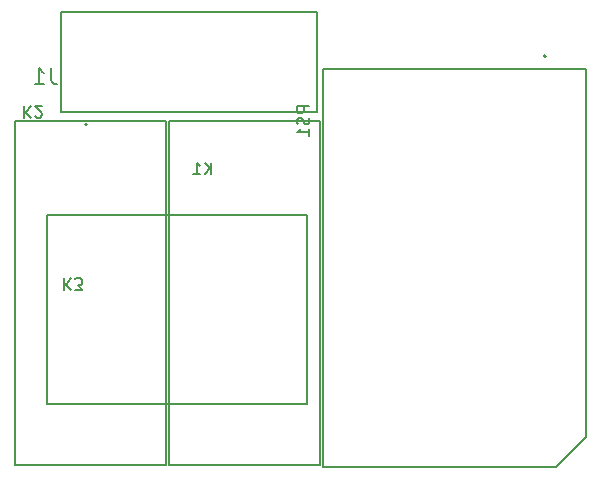
<source format=gbr>
%TF.GenerationSoftware,KiCad,Pcbnew,8.0.8*%
%TF.CreationDate,2025-03-23T22:06:23+01:00*%
%TF.ProjectId,raumtemp_relay,7261756d-7465-46d7-905f-72656c61792e,rev?*%
%TF.SameCoordinates,Original*%
%TF.FileFunction,Legend,Bot*%
%TF.FilePolarity,Positive*%
%FSLAX46Y46*%
G04 Gerber Fmt 4.6, Leading zero omitted, Abs format (unit mm)*
G04 Created by KiCad (PCBNEW 8.0.8) date 2025-03-23 22:06:23*
%MOMM*%
%LPD*%
G01*
G04 APERTURE LIST*
%ADD10C,0.150000*%
%ADD11C,0.152400*%
%ADD12C,0.127000*%
%ADD13C,0.200000*%
G04 APERTURE END LIST*
D10*
X120786905Y-71225180D02*
X120786905Y-72225180D01*
X121358333Y-71225180D02*
X120929762Y-71796609D01*
X121358333Y-72225180D02*
X120786905Y-71653752D01*
X121739286Y-72129942D02*
X121786905Y-72177561D01*
X121786905Y-72177561D02*
X121882143Y-72225180D01*
X121882143Y-72225180D02*
X122120238Y-72225180D01*
X122120238Y-72225180D02*
X122215476Y-72177561D01*
X122215476Y-72177561D02*
X122263095Y-72129942D01*
X122263095Y-72129942D02*
X122310714Y-72034704D01*
X122310714Y-72034704D02*
X122310714Y-71939466D01*
X122310714Y-71939466D02*
X122263095Y-71796609D01*
X122263095Y-71796609D02*
X121691667Y-71225180D01*
X121691667Y-71225180D02*
X122310714Y-71225180D01*
X123091666Y-68019866D02*
X123091666Y-69019866D01*
X123091666Y-69019866D02*
X123158333Y-69219866D01*
X123158333Y-69219866D02*
X123291666Y-69353200D01*
X123291666Y-69353200D02*
X123491666Y-69419866D01*
X123491666Y-69419866D02*
X123625000Y-69419866D01*
X121691666Y-69419866D02*
X122491666Y-69419866D01*
X122091666Y-69419866D02*
X122091666Y-68019866D01*
X122091666Y-68019866D02*
X122224999Y-68219866D01*
X122224999Y-68219866D02*
X122358333Y-68353200D01*
X122358333Y-68353200D02*
X122491666Y-68419866D01*
X136663094Y-77034819D02*
X136663094Y-76034819D01*
X136091666Y-77034819D02*
X136520237Y-76463390D01*
X136091666Y-76034819D02*
X136663094Y-76606247D01*
X135139285Y-77034819D02*
X135710713Y-77034819D01*
X135424999Y-77034819D02*
X135424999Y-76034819D01*
X135424999Y-76034819D02*
X135520237Y-76177676D01*
X135520237Y-76177676D02*
X135615475Y-76272914D01*
X135615475Y-76272914D02*
X135710713Y-76320533D01*
X144934364Y-71292608D02*
X143934364Y-71292608D01*
X143934364Y-71292608D02*
X143934364Y-71673560D01*
X143934364Y-71673560D02*
X143981983Y-71768798D01*
X143981983Y-71768798D02*
X144029602Y-71816417D01*
X144029602Y-71816417D02*
X144124840Y-71864036D01*
X144124840Y-71864036D02*
X144267697Y-71864036D01*
X144267697Y-71864036D02*
X144362935Y-71816417D01*
X144362935Y-71816417D02*
X144410554Y-71768798D01*
X144410554Y-71768798D02*
X144458173Y-71673560D01*
X144458173Y-71673560D02*
X144458173Y-71292608D01*
X144886745Y-72244989D02*
X144934364Y-72387846D01*
X144934364Y-72387846D02*
X144934364Y-72625941D01*
X144934364Y-72625941D02*
X144886745Y-72721179D01*
X144886745Y-72721179D02*
X144839125Y-72768798D01*
X144839125Y-72768798D02*
X144743887Y-72816417D01*
X144743887Y-72816417D02*
X144648649Y-72816417D01*
X144648649Y-72816417D02*
X144553411Y-72768798D01*
X144553411Y-72768798D02*
X144505792Y-72721179D01*
X144505792Y-72721179D02*
X144458173Y-72625941D01*
X144458173Y-72625941D02*
X144410554Y-72435465D01*
X144410554Y-72435465D02*
X144362935Y-72340227D01*
X144362935Y-72340227D02*
X144315316Y-72292608D01*
X144315316Y-72292608D02*
X144220078Y-72244989D01*
X144220078Y-72244989D02*
X144124840Y-72244989D01*
X144124840Y-72244989D02*
X144029602Y-72292608D01*
X144029602Y-72292608D02*
X143981983Y-72340227D01*
X143981983Y-72340227D02*
X143934364Y-72435465D01*
X143934364Y-72435465D02*
X143934364Y-72673560D01*
X143934364Y-72673560D02*
X143981983Y-72816417D01*
X144934364Y-73768798D02*
X144934364Y-73197370D01*
X144934364Y-73483084D02*
X143934364Y-73483084D01*
X143934364Y-73483084D02*
X144077221Y-73387846D01*
X144077221Y-73387846D02*
X144172459Y-73292608D01*
X144172459Y-73292608D02*
X144220078Y-73197370D01*
X124186905Y-85825180D02*
X124186905Y-86825180D01*
X124758333Y-85825180D02*
X124329762Y-86396609D01*
X124758333Y-86825180D02*
X124186905Y-86253752D01*
X125091667Y-86825180D02*
X125710714Y-86825180D01*
X125710714Y-86825180D02*
X125377381Y-86444228D01*
X125377381Y-86444228D02*
X125520238Y-86444228D01*
X125520238Y-86444228D02*
X125615476Y-86396609D01*
X125615476Y-86396609D02*
X125663095Y-86348990D01*
X125663095Y-86348990D02*
X125710714Y-86253752D01*
X125710714Y-86253752D02*
X125710714Y-86015657D01*
X125710714Y-86015657D02*
X125663095Y-85920419D01*
X125663095Y-85920419D02*
X125615476Y-85872800D01*
X125615476Y-85872800D02*
X125520238Y-85825180D01*
X125520238Y-85825180D02*
X125234524Y-85825180D01*
X125234524Y-85825180D02*
X125139286Y-85872800D01*
X125139286Y-85872800D02*
X125091667Y-85920419D01*
D11*
%TO.C,K2*%
X120048000Y-72553007D02*
X120048000Y-101607001D01*
X120048000Y-101607001D02*
X132802000Y-101607001D01*
X132802000Y-72553007D02*
X120048000Y-72553007D01*
X132802000Y-101607001D02*
X132802000Y-72553007D01*
D12*
%TO.C,J1*%
X123936723Y-63300000D02*
X145636723Y-63300000D01*
X123936723Y-71800000D02*
X123936723Y-63300000D01*
X145636723Y-63300000D02*
X145636723Y-71800000D01*
X145636723Y-71800000D02*
X123936723Y-71800000D01*
D13*
X126136723Y-72800000D02*
G75*
G02*
X125936723Y-72800000I-100000J0D01*
G01*
X125936723Y-72800000D02*
G75*
G02*
X126136723Y-72800000I100000J0D01*
G01*
D12*
%TO.C,K1*%
X122725000Y-80480000D02*
X144725000Y-80480000D01*
X122725000Y-96480000D02*
X122725000Y-80480000D01*
X144725000Y-80480000D02*
X144725000Y-96480000D01*
X144725000Y-96480000D02*
X122725000Y-96480000D01*
%TO.C,PS1*%
X146144545Y-68101894D02*
X146144545Y-101801894D01*
X146144545Y-101801894D02*
X165804545Y-101801894D01*
X165804545Y-101801894D02*
X168344545Y-99261894D01*
X168344545Y-68101894D02*
X146144545Y-68101894D01*
X168344545Y-99261894D02*
X168344545Y-68101894D01*
D13*
X164994545Y-67031894D02*
G75*
G02*
X164794545Y-67031894I-100000J0D01*
G01*
X164794545Y-67031894D02*
G75*
G02*
X164994545Y-67031894I100000J0D01*
G01*
D11*
%TO.C,K3*%
X133098000Y-72553007D02*
X133098000Y-101607001D01*
X133098000Y-101607001D02*
X145852000Y-101607001D01*
X145852000Y-72553007D02*
X133098000Y-72553007D01*
X145852000Y-101607001D02*
X145852000Y-72553007D01*
%TD*%
M02*

</source>
